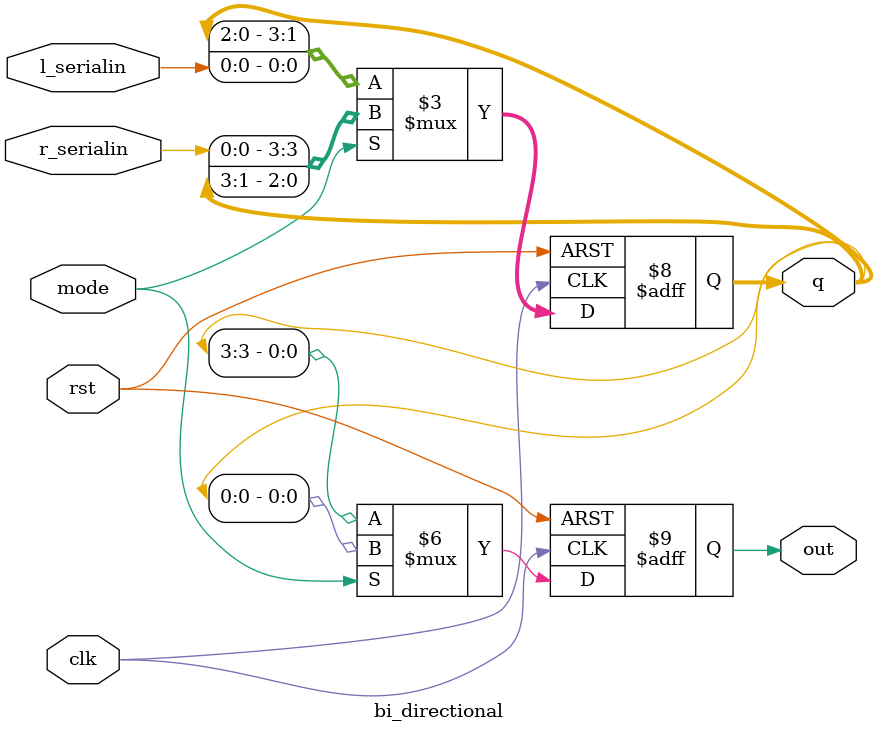
<source format=v>
 module bi_directional #(parameter n=4)(input clk,rst,mode,r_serialin,l_serialin,output reg [n-1:0]q,output reg out);



 always @ (posedge clk or posedge rst) begin

	 if (rst)begin
		 q<=0;
	 	 out<=0;
	 end
	else if (mode)begin		//mode=1 :right shift;
		 out<=q[0];
		 q<={r_serialin,q[n-1:1]};
	 end	 
	 else begin			//mode=0 :lefft shift 
		 out<=q[3];
		 q<={q[n-2:0],l_serialin};
		end
 end
 
/* always @ (posedge clk) begin
	 if (mode)
		 out<=q[0];
	 else
		 out<=q[3];
 end*/

 endmodule


</source>
